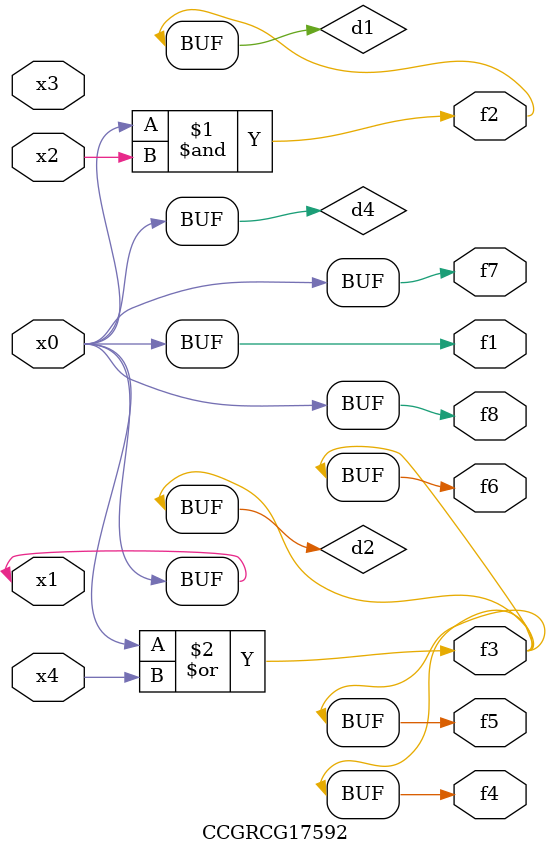
<source format=v>
module CCGRCG17592(
	input x0, x1, x2, x3, x4,
	output f1, f2, f3, f4, f5, f6, f7, f8
);

	wire d1, d2, d3, d4;

	and (d1, x0, x2);
	or (d2, x0, x4);
	nand (d3, x0, x2);
	buf (d4, x0, x1);
	assign f1 = d4;
	assign f2 = d1;
	assign f3 = d2;
	assign f4 = d2;
	assign f5 = d2;
	assign f6 = d2;
	assign f7 = d4;
	assign f8 = d4;
endmodule

</source>
